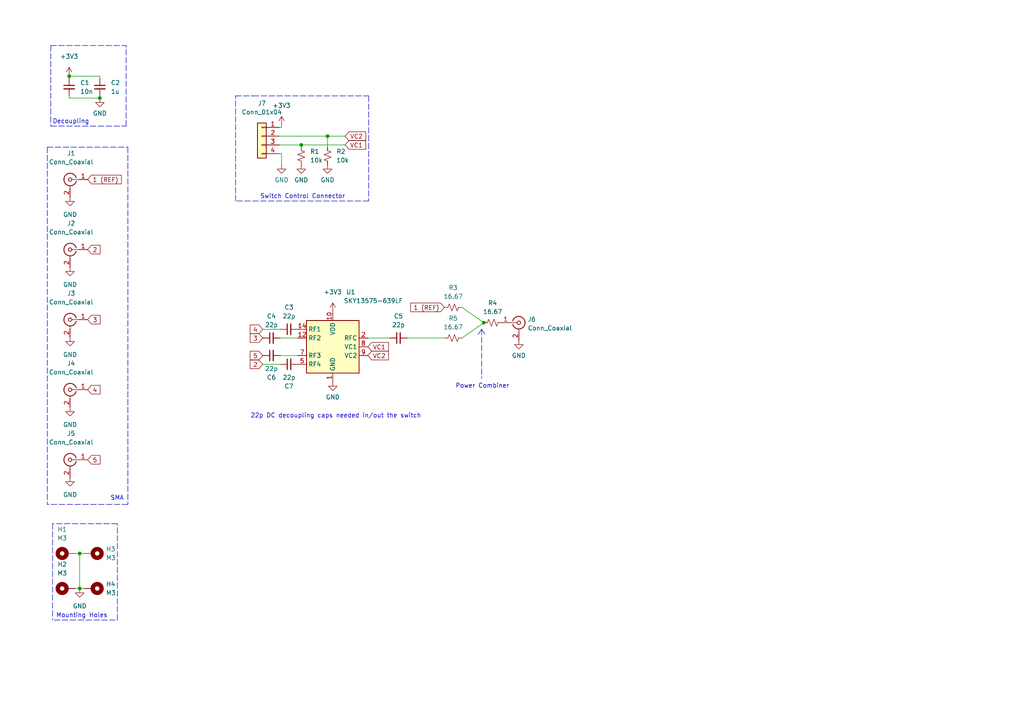
<source format=kicad_sch>
(kicad_sch (version 20211123) (generator eeschema)
  (paper "A4")
  (lib_symbols
    (symbol "Connector:Conn_Coaxial" (pin_names (offset 1.016) hide)
      (property "Reference" "J" (at 0.254 3.048 0))
      (property "Value" "Conn_Coaxial" (at 2.921 0 90))
      (symbol "Conn_Coaxial_0_1"
        (arc (start -1.778 -0.508) (mid 0.2311 -1.8066) (end 1.778 0) (stroke (width 0.254)))
        (polyline (pts (xy -2.54 0) (xy -0.508 0)))
        (polyline (pts (xy 0 -2.54) (xy 0 -1.778)))
        (circle (center 0 0) (radius 0.508) (stroke (width 0.2032)))
        (arc (start 1.778 0) (mid 0.2099 1.8101) (end -1.778 0.508) (stroke (width 0.254)))
      )
      (symbol "Conn_Coaxial_1_1"
        (pin passive line (at -5.08 0 0) (length 2.54) (name "In") (number "1"))
        (pin passive line (at 0 -5.08 90) (length 2.54) (name "Ext") (number "2"))
      )
    )
    (symbol "Connector_Generic:Conn_01x04" (pin_names (offset 1.016) hide)
      (property "Reference" "J" (at 0 5.08 0))
      (property "Value" "Conn_01x04" (at 0 -7.62 0))
      (symbol "Conn_01x04_1_1"
        (rectangle (start -1.27 -4.953) (end 0 -5.207) (stroke (width 0.1524)))
        (rectangle (start -1.27 -2.413) (end 0 -2.667) (stroke (width 0.1524)))
        (rectangle (start -1.27 0.127) (end 0 -0.127) (stroke (width 0.1524)))
        (rectangle (start -1.27 2.667) (end 0 2.413) (stroke (width 0.1524)))
        (rectangle (start -1.27 3.81) (end 1.27 -6.35) (stroke (width 0.254)) (fill (type background)))
        (pin passive line (at -5.08 2.54 0) (length 3.81) (name "Pin_1") (number "1"))
        (pin passive line (at -5.08 0 0) (length 3.81) (name "Pin_2") (number "2"))
        (pin passive line (at -5.08 -2.54 0) (length 3.81) (name "Pin_3") (number "3"))
        (pin passive line (at -5.08 -5.08 0) (length 3.81) (name "Pin_4") (number "4"))
      )
    )
    (symbol "Device:C_Small" (pin_numbers hide) (pin_names (offset 0.254) hide)
      (property "Reference" "C" (at 0.254 1.778 0))
      (property "Value" "C_Small" (at 0.254 -2.032 0))
      (symbol "C_Small_0_1"
        (polyline (pts (xy -1.524 -0.508) (xy 1.524 -0.508)) (stroke (width 0.3302)))
        (polyline (pts (xy -1.524 0.508) (xy 1.524 0.508)) (stroke (width 0.3048)))
      )
      (symbol "C_Small_1_1"
        (pin passive line (at 0 2.54 270) (length 2.032) (name "~") (number "1"))
        (pin passive line (at 0 -2.54 90) (length 2.032) (name "~") (number "2"))
      )
    )
    (symbol "Device:R_Small_US" (pin_numbers hide) (pin_names (offset 0.254) hide)
      (property "Reference" "R" (at 0.762 0.508 0))
      (property "Value" "R_Small_US" (at 0.762 -1.016 0))
      (symbol "R_Small_US_1_1"
        (polyline (pts (xy 0 0) (xy 1.016 -0.381) (xy 0 -0.762) (xy -1.016 -1.143) (xy 0 -1.524)))
        (polyline (pts (xy 0 1.524) (xy 1.016 1.143) (xy 0 0.762) (xy -1.016 0.381) (xy 0 0)))
        (pin passive line (at 0 2.54 270) (length 1.016) (name "~") (number "1"))
        (pin passive line (at 0 -2.54 90) (length 1.016) (name "~") (number "2"))
      )
    )
    (symbol "Mechanical:MountingHole_Pad" (pin_numbers hide) (pin_names (offset 1.016) hide)
      (property "Reference" "H" (at 0 6.35 0))
      (property "Value" "MountingHole_Pad" (at 0 4.445 0))
      (symbol "MountingHole_Pad_0_1"
        (circle (center 0 1.27) (radius 1.27) (stroke (width 1.27)))
      )
      (symbol "MountingHole_Pad_1_1"
        (pin input line (at 0 -2.54 90) (length 2.54) (name "1") (number "1"))
      )
    )
    (symbol "RF_Switch:SKY13575-639LF"
      (property "Reference" "U" (at -6.35 8.89 0))
      (property "Value" "SKY13575-639LF" (at 10.16 8.89 0))
      (symbol "SKY13575-639LF_0_1"
        (rectangle (start -7.62 7.62) (end 7.62 -7.62) (stroke (width 0.254)) (fill (type background)))
      )
      (symbol "SKY13575-639LF_1_1"
        (pin power_in line (at 0 -10.16 90) (length 2.54) (name "GND") (number "1"))
        (pin power_in line (at 0 10.16 270) (length 2.54) (name "VDD") (number "10"))
        (pin passive line (at 0 -10.16 90) (length 2.54) hide (name "GND") (number "11"))
        (pin passive line (at 10.16 2.54 180) (length 2.54) (name "RF2") (number "12"))
        (pin passive line (at 0 -10.16 90) (length 2.54) hide (name "GND") (number "13"))
        (pin passive line (at 10.16 5.08 180) (length 2.54) (name "RF1") (number "14"))
        (pin passive line (at 0 -10.16 90) (length 2.54) hide (name "GND") (number "15"))
        (pin passive line (at -10.16 2.54 0) (length 2.54) (name "RFC") (number "2"))
        (pin passive line (at 0 -10.16 90) (length 2.54) hide (name "GND") (number "3"))
        (pin passive line (at 0 -10.16 90) (length 2.54) hide (name "GND") (number "4"))
        (pin passive line (at 10.16 -5.08 180) (length 2.54) (name "RF4") (number "5"))
        (pin passive line (at 0 -10.16 90) (length 2.54) hide (name "GND") (number "6"))
        (pin passive line (at 10.16 -2.54 180) (length 2.54) (name "RF3") (number "7"))
        (pin input line (at -10.16 0 0) (length 2.54) (name "VC1") (number "8"))
        (pin input line (at -10.16 -2.54 0) (length 2.54) (name "VC2") (number "9"))
      )
    )
    (symbol "power:+3V3" (power) (pin_names (offset 0))
      (property "Value" "+3V3" (at 0 3.556 0))
      (symbol "+3V3_0_1"
        (polyline (pts (xy -0.762 1.27) (xy 0 2.54)))
        (polyline (pts (xy 0 0) (xy 0 2.54)))
        (polyline (pts (xy 0 2.54) (xy 0.762 1.27)))
      )
      (symbol "+3V3_1_1"
        (pin power_in line (at 0 0 90) (length 0) hide (name "+3V3") (number "1"))
      )
    )
    (symbol "power:GND" (power) (pin_names (offset 0))
      (property "Value" "GND" (at 0 -3.81 0))
      (symbol "GND_0_1"
        (polyline (pts (xy 0 0) (xy 0 -1.27) (xy 1.27 -1.27) (xy 0 -2.54) (xy -1.27 -1.27) (xy 0 -1.27)))
      )
      (symbol "GND_1_1"
        (pin power_in line (at 0 0 270) (length 0) hide (name "GND") (number "1"))
      )
    )
  )
  (junction (at 23.114 170.688))
  (junction (at 87.376 42.037))
  (junction (at 23.114 160.528))
  (junction (at 140.335 93.599))
  (junction (at 28.956 28.448))
  (junction (at 20.066 22.098))
  (junction (at 94.996 39.497))
  (wire (pts (xy 81.026 42.037) (xy 87.376 42.037)))
  (wire (pts (xy 81.661 36.957) (xy 81.026 36.957)))
  (wire (pts (xy 20.066 28.448) (xy 20.066 27.813)))
  (wire (pts (xy 81.026 44.577) (xy 81.661 44.577)))
  (polyline (pts (xy 14.732 13.208) (xy 36.576 13.208)))
  (wire (pts (xy 21.844 170.688) (xy 23.114 170.688)))
  (polyline (pts (xy 106.934 27.813) (xy 106.934 58.293)))
  (wire (pts (xy 81.026 39.497) (xy 94.996 39.497)))
  (wire (pts (xy 81.661 36.322) (xy 81.661 36.957)))
  (wire (pts (xy 133.985 89.154) (xy 140.335 93.599)))
  (wire (pts (xy 133.985 98.044) (xy 140.335 93.599)))
  (polyline (pts (xy 106.934 58.293) (xy 68.326 58.293)))
  (wire (pts (xy 87.376 42.037) (xy 87.376 42.672)))
  (polyline (pts (xy 14.732 36.576) (xy 36.576 36.576)))
  (wire (pts (xy 24.384 170.688) (xy 23.114 170.688)))
  (wire (pts (xy 94.996 39.497) (xy 100.076 39.497)))
  (polyline (pts (xy 139.7 95.504) (xy 140.716 97.028)))
  (polyline (pts (xy 14.732 13.208) (xy 14.732 36.576)))
  (polyline (pts (xy 68.326 58.293) (xy 68.326 27.813)))
  (wire (pts (xy 20.066 22.733) (xy 20.066 22.098)))
  (polyline (pts (xy 15.748 179.832) (xy 34.036 179.832)))
  (polyline (pts (xy 37.084 146.304) (xy 13.716 146.304)))
  (polyline (pts (xy 139.7 95.504) (xy 139.7 109.728)))
  (wire (pts (xy 106.68 98.044) (xy 113.03 98.044)))
  (wire (pts (xy 118.11 98.044) (xy 128.905 98.044)))
  (wire (pts (xy 23.114 160.528) (xy 23.114 170.688)))
  (polyline (pts (xy 37.084 42.672) (xy 37.084 146.304)))
  (polyline (pts (xy 68.326 27.813) (xy 73.406 27.813)))
  (wire (pts (xy 28.956 22.098) (xy 28.956 22.733)))
  (polyline (pts (xy 15.24 151.892) (xy 15.24 179.832)))
  (wire (pts (xy 87.376 42.037) (xy 100.076 42.037)))
  (wire (pts (xy 81.28 103.124) (xy 86.36 103.124)))
  (polyline (pts (xy 13.716 42.672) (xy 13.716 146.304)))
  (polyline (pts (xy 36.576 36.576) (xy 36.576 13.208)))
  (wire (pts (xy 94.996 42.672) (xy 94.996 39.497)))
  (polyline (pts (xy 73.406 27.813) (xy 106.934 27.813)))
  (wire (pts (xy 23.114 160.528) (xy 24.384 160.528)))
  (wire (pts (xy 28.956 27.813) (xy 28.956 28.448)))
  (wire (pts (xy 76.2 95.504) (xy 81.28 95.504)))
  (polyline (pts (xy 34.036 179.832) (xy 34.036 151.892)))
  (polyline (pts (xy 138.684 97.028) (xy 139.7 95.504)))
  (wire (pts (xy 21.844 160.528) (xy 23.114 160.528)))
  (wire (pts (xy 86.36 98.044) (xy 81.28 98.044)))
  (wire (pts (xy 20.066 22.098) (xy 28.956 22.098)))
  (wire (pts (xy 81.661 44.577) (xy 81.661 47.752)))
  (wire (pts (xy 76.2 105.664) (xy 81.28 105.664)))
  (wire (pts (xy 28.956 28.448) (xy 20.066 28.448)))
  (polyline (pts (xy 13.716 42.672) (xy 37.084 42.672)))
  (polyline (pts (xy 34.036 151.892) (xy 15.24 151.892)))
  (text "SMA" (at 32.004 145.288 0) (effects (font (size 1.27 1.27)) (justify left bottom)))
  (text "Switch Control Connector" (at 75.438 57.785 0) (effects (font (size 1.27 1.27)) (justify left bottom)))
  (text "22p DC decoupling caps needed in/out the switch" (at 72.644 121.412 0) (effects (font (size 1.27 1.27)) (justify left bottom)))
  (text "Mounting Holes" (at 16.256 179.324 0) (effects (font (size 1.27 1.27)) (justify left bottom)))
  (text "Decoupling" (at 15.24 36.068 0) (effects (font (size 1.27 1.27)) (justify left bottom)))
  (text "Power Combiner" (at 132.08 112.776 0) (effects (font (size 1.27 1.27)) (justify left bottom)))
  (global_label "3" (shape input) (at 25.4 92.71 0) (property "Intersheet References" "${INTERSHEET_REFS}" (effects hide)))
  (global_label "5" (shape input) (at 76.2 103.124 180) (property "Intersheet References" "${INTERSHEET_REFS}" (effects hide)))
  (global_label "1 (REF)" (shape input) (at 25.4 52.07 0) (property "Intersheet References" "${INTERSHEET_REFS}" (effects hide)))
  (global_label "VC2" (shape input) (at 106.68 103.124 0) (property "Intersheet References" "${INTERSHEET_REFS}" (effects hide)))
  (global_label "4" (shape input) (at 76.2 95.504 180) (property "Intersheet References" "${INTERSHEET_REFS}" (effects hide)))
  (global_label "2" (shape input) (at 76.2 105.664 180) (property "Intersheet References" "${INTERSHEET_REFS}" (effects hide)))
  (global_label "5" (shape input) (at 25.4 133.35 0) (property "Intersheet References" "${INTERSHEET_REFS}" (effects hide)))
  (global_label "VC1" (shape input) (at 100.076 42.037 0) (property "Intersheet References" "${INTERSHEET_REFS}" (effects hide)))
  (global_label "1 (REF)" (shape input) (at 128.905 89.154 180) (property "Intersheet References" "${INTERSHEET_REFS}" (effects hide)))
  (global_label "3" (shape input) (at 76.2 98.044 180) (property "Intersheet References" "${INTERSHEET_REFS}" (effects hide)))
  (global_label "2" (shape input) (at 25.4 72.39 0) (property "Intersheet References" "${INTERSHEET_REFS}" (effects hide)))
  (global_label "VC2" (shape input) (at 100.076 39.497 0) (property "Intersheet References" "${INTERSHEET_REFS}" (effects hide)))
  (global_label "VC1" (shape input) (at 106.68 100.584 0) (property "Intersheet References" "${INTERSHEET_REFS}" (effects hide)))
  (global_label "4" (shape input) (at 25.4 113.03 0) (property "Intersheet References" "${INTERSHEET_REFS}" (effects hide)))
  (symbol (lib_id "power:GND") (at 94.996 47.752 0) (unit 1)
    (property "Reference" "#PWR06" (effects hide))
    (property "Value" "GND" (at 94.996 52.197 0))
  )
  (symbol (lib_id "Connector:Conn_Coaxial") (at 20.32 92.71 0) (mirror y) (unit 1)
    (property "Reference" "J3" (at 20.6374 85.09 0))
    (property "Value" "Conn_Coaxial" (at 20.6374 87.63 0))
    (property "Footprint" "Connector_Coaxial:SMA_Molex_73251-2120_EdgeMount_Horizontal" (effects hide))
    (property "Datasheet" " ~" (effects hide))
  )
  (symbol (lib_id "Device:C_Small") (at 83.82 105.664 90) (mirror x) (unit 1)
    (property "Reference" "C7" (at 83.8263 112.014 90))
    (property "Value" "22p" (at 83.8263 109.474 90))
    (property "Footprint" "Capacitor_SMD:C_0402_1005Metric" (effects hide))
  )
  (symbol (lib_id "Device:R_Small_US") (at 142.875 93.599 90) (unit 1)
    (property "Reference" "R4" (at 142.875 87.884 90))
    (property "Value" "16.67" (at 142.875 90.424 90))
    (property "Footprint" "Resistor_SMD:R_0402_1005Metric" (effects hide))
  )
  (symbol (lib_id "power:GND") (at 81.661 47.752 0) (unit 1)
    (property "Reference" "#PWR04" (effects hide))
    (property "Value" "GND" (at 81.661 52.197 0))
  )
  (symbol (lib_id "Connector:Conn_Coaxial") (at 150.495 93.599 0) (unit 1)
    (property "Reference" "J6" (at 153.035 92.6221 0) (effects (justify left)))
    (property "Value" "Conn_Coaxial" (at 153.035 95.1621 0) (effects (justify left)))
    (property "Footprint" "Connector_Coaxial:SMA_Molex_73251-2120_EdgeMount_Horizontal" (effects hide))
    (property "Datasheet" " ~" (effects hide))
  )
  (symbol (lib_id "Device:C_Small") (at 83.82 95.504 90) (unit 1)
    (property "Reference" "C3" (at 83.8263 89.154 90))
    (property "Value" "22p" (at 83.8263 91.694 90))
    (property "Footprint" "Capacitor_SMD:C_0402_1005Metric" (effects hide))
  )
  (symbol (lib_id "power:GND") (at 20.32 118.11 0) (unit 1)
    (property "Reference" "#PWR013" (effects hide))
    (property "Value" "GND" (at 20.32 123.19 0))
  )
  (symbol (lib_id "Connector:Conn_Coaxial") (at 20.32 133.35 0) (mirror y) (unit 1)
    (property "Reference" "J5" (at 20.6374 125.73 0))
    (property "Value" "Conn_Coaxial" (at 20.6374 128.27 0))
    (property "Footprint" "Connector_Coaxial:SMA_Molex_73251-2120_EdgeMount_Horizontal" (effects hide))
    (property "Datasheet" " ~" (effects hide))
  )
  (symbol (lib_id "power:+3V3") (at 96.52 90.424 0) (unit 1)
    (property "Reference" "#PWR08" (effects hide))
    (property "Value" "+3V3" (at 96.52 84.709 0))
  )
  (symbol (lib_id "Mechanical:MountingHole_Pad") (at 26.924 160.528 270) (unit 1)
    (property "Reference" "H3" (at 30.734 159.2579 90) (effects (justify left)))
    (property "Value" "M3" (at 30.734 161.7979 90) (effects (justify left)))
    (property "Footprint" "MountingHole:MountingHole_3.2mm_M3_Pad_Via" (effects hide))
  )
  (symbol (lib_id "power:GND") (at 96.52 110.744 0) (unit 1)
    (property "Reference" "#PWR011" (effects hide))
    (property "Value" "GND" (at 96.52 115.189 0))
  )
  (symbol (lib_id "power:+3V3") (at 81.661 36.322 0) (unit 1)
    (property "Reference" "#PWR02" (effects hide))
    (property "Value" "+3V3" (at 81.661 30.607 0))
  )
  (symbol (lib_id "Device:R_Small_US") (at 131.445 98.044 90) (unit 1)
    (property "Reference" "R5" (at 131.445 92.329 90))
    (property "Value" "16.67" (at 131.445 94.869 90))
    (property "Footprint" "Resistor_SMD:R_0402_1005Metric" (effects hide))
  )
  (symbol (lib_id "Device:C_Small") (at 20.066 25.273 0) (unit 1)
    (property "Reference" "C1" (at 23.241 24.0092 0) (effects (justify left)))
    (property "Value" "10n" (at 23.241 26.5492 0) (effects (justify left)))
    (property "Footprint" "Capacitor_SMD:C_0603_1608Metric" (effects hide))
  )
  (symbol (lib_id "Connector_Generic:Conn_01x04") (at 75.946 39.497 0) (mirror y) (unit 1)
    (property "Reference" "J7" (at 75.946 29.972 0))
    (property "Value" "Conn_01x04" (at 75.946 32.512 0))
    (property "Footprint" "Connector_PinHeader_2.54mm:PinHeader_1x04_P2.54mm_Vertical" (effects hide))
  )
  (symbol (lib_id "Device:C_Small") (at 28.956 25.273 0) (unit 1)
    (property "Reference" "C2" (at 32.131 24.0092 0) (effects (justify left)))
    (property "Value" "1u" (at 32.131 26.5492 0) (effects (justify left)))
    (property "Footprint" "Capacitor_SMD:C_0603_1608Metric" (effects hide))
  )
  (symbol (lib_id "power:GND") (at 150.495 98.679 0) (unit 1)
    (property "Reference" "#PWR09" (effects hide))
    (property "Value" "GND" (at 150.495 103.124 0))
  )
  (symbol (lib_id "Connector:Conn_Coaxial") (at 20.32 113.03 0) (mirror y) (unit 1)
    (property "Reference" "J4" (at 20.6374 105.41 0))
    (property "Value" "Conn_Coaxial" (at 20.6374 107.95 0))
    (property "Footprint" "Connector_Coaxial:SMA_Molex_73251-2120_EdgeMount_Horizontal" (effects hide))
    (property "Datasheet" " ~" (effects hide))
  )
  (symbol (lib_id "power:GND") (at 20.32 77.47 0) (unit 1)
    (property "Reference" "#PWR010" (effects hide))
    (property "Value" "GND" (at 20.32 82.55 0))
  )
  (symbol (lib_id "Device:C_Small") (at 78.74 98.044 90) (unit 1)
    (property "Reference" "C4" (at 78.7463 91.694 90))
    (property "Value" "22p" (at 78.7463 94.234 90))
    (property "Footprint" "Capacitor_SMD:C_0402_1005Metric" (effects hide))
  )
  (symbol (lib_id "power:GND") (at 28.956 28.448 0) (unit 1)
    (property "Reference" "#PWR03" (effects hide))
    (property "Value" "GND" (at 28.956 32.893 0))
  )
  (symbol (lib_id "Mechanical:MountingHole_Pad") (at 19.304 160.528 90) (unit 1)
    (property "Reference" "H1" (at 18.034 153.543 90))
    (property "Value" "M3" (at 18.034 156.083 90))
    (property "Footprint" "MountingHole:MountingHole_3.2mm_M3_Pad_Via" (effects hide))
  )
  (symbol (lib_id "power:GND") (at 20.32 57.15 0) (unit 1)
    (property "Reference" "#PWR07" (effects hide))
    (property "Value" "GND" (at 20.32 62.23 0))
  )
  (symbol (lib_id "Mechanical:MountingHole_Pad") (at 19.304 170.688 90) (unit 1)
    (property "Reference" "H2" (at 18.034 163.703 90))
    (property "Value" "M3" (at 18.034 166.243 90))
    (property "Footprint" "MountingHole:MountingHole_3.2mm_M3_Pad_Via" (effects hide))
  )
  (symbol (lib_id "Connector:Conn_Coaxial") (at 20.32 72.39 0) (mirror y) (unit 1)
    (property "Reference" "J2" (at 20.6374 64.77 0))
    (property "Value" "Conn_Coaxial" (at 20.6374 67.31 0))
    (property "Footprint" "Connector_Coaxial:SMA_Molex_73251-2120_EdgeMount_Horizontal" (effects hide))
    (property "Datasheet" " ~" (effects hide))
  )
  (symbol (lib_id "power:GND") (at 20.32 97.79 0) (unit 1)
    (property "Reference" "#PWR012" (effects hide))
    (property "Value" "GND" (at 20.32 102.87 0))
  )
  (symbol (lib_id "RF_Switch:SKY13575-639LF") (at 96.52 100.584 0) (mirror y) (unit 1)
    (property "Reference" "U1" (at 100.33 84.709 0) (effects (justify right)))
    (property "Value" "SKY13575-639LF" (at 99.695 87.249 0) (effects (justify right)))
    (property "Footprint" "RF:Skyworks_SKY13575_639LF" (effects hide))
    (property "Datasheet" "https://www.skyworksinc.com/-/media/SkyWorks/Documents/Products/2201-2300/SKY13575_639LF_203270D.pdf" (effects hide))
  )
  (symbol (lib_id "Device:R_Small_US") (at 94.996 45.212 180) (unit 1)
    (property "Reference" "R2" (at 97.536 43.9419 0) (effects (justify right)))
    (property "Value" "10k" (at 97.536 46.4819 0) (effects (justify right)))
    (property "Footprint" "Resistor_SMD:R_0603_1608Metric" (effects hide))
  )
  (symbol (lib_id "Mechanical:MountingHole_Pad") (at 26.924 170.688 270) (unit 1)
    (property "Reference" "H4" (at 30.734 169.4179 90) (effects (justify left)))
    (property "Value" "M3" (at 30.734 171.9579 90) (effects (justify left)))
    (property "Footprint" "MountingHole:MountingHole_3.2mm_M3_Pad_Via" (effects hide))
  )
  (symbol (lib_id "Device:R_Small_US") (at 131.445 89.154 90) (unit 1)
    (property "Reference" "R3" (at 131.445 83.439 90))
    (property "Value" "16.67" (at 131.445 85.979 90))
    (property "Footprint" "Resistor_SMD:R_0402_1005Metric" (effects hide))
  )
  (symbol (lib_id "power:GND") (at 87.376 47.752 0) (unit 1)
    (property "Reference" "#PWR05" (effects hide))
    (property "Value" "GND" (at 87.376 52.197 0))
  )
  (symbol (lib_id "power:+3V3") (at 20.066 22.098 0) (unit 1)
    (property "Reference" "#PWR01" (effects hide))
    (property "Value" "+3V3" (at 20.066 16.383 0))
  )
  (symbol (lib_id "power:GND") (at 23.114 170.688 0) (unit 1)
    (property "Reference" "#PWR015" (effects hide))
    (property "Value" "GND" (at 23.114 175.768 0))
  )
  (symbol (lib_id "Device:R_Small_US") (at 87.376 45.212 180) (unit 1)
    (property "Reference" "R1" (at 89.916 43.9419 0) (effects (justify right)))
    (property "Value" "10k" (at 89.916 46.4819 0) (effects (justify right)))
    (property "Footprint" "Resistor_SMD:R_0603_1608Metric" (effects hide))
  )
  (symbol (lib_id "power:GND") (at 20.32 138.43 0) (unit 1)
    (property "Reference" "#PWR014" (effects hide))
    (property "Value" "GND" (at 20.32 143.51 0))
  )
  (symbol (lib_id "Device:C_Small") (at 78.74 103.124 90) (mirror x) (unit 1)
    (property "Reference" "C6" (at 78.7463 109.474 90))
    (property "Value" "22p" (at 78.7463 106.934 90))
    (property "Footprint" "Capacitor_SMD:C_0402_1005Metric" (effects hide))
  )
  (symbol (lib_id "Device:C_Small") (at 115.57 98.044 90) (unit 1)
    (property "Reference" "C5" (at 115.5763 91.694 90))
    (property "Value" "22p" (at 115.5763 94.234 90))
    (property "Footprint" "Capacitor_SMD:C_0402_1005Metric" (effects hide))
  )
  (symbol (lib_id "Connector:Conn_Coaxial") (at 20.32 52.07 0) (mirror y) (unit 1)
    (property "Reference" "J1" (at 20.6374 44.45 0))
    (property "Value" "Conn_Coaxial" (at 20.6374 46.99 0))
    (property "Footprint" "Connector_Coaxial:SMA_Molex_73251-2120_EdgeMount_Horizontal" (effects hide))
    (property "Datasheet" " ~" (effects hide))
  )
)
</source>
